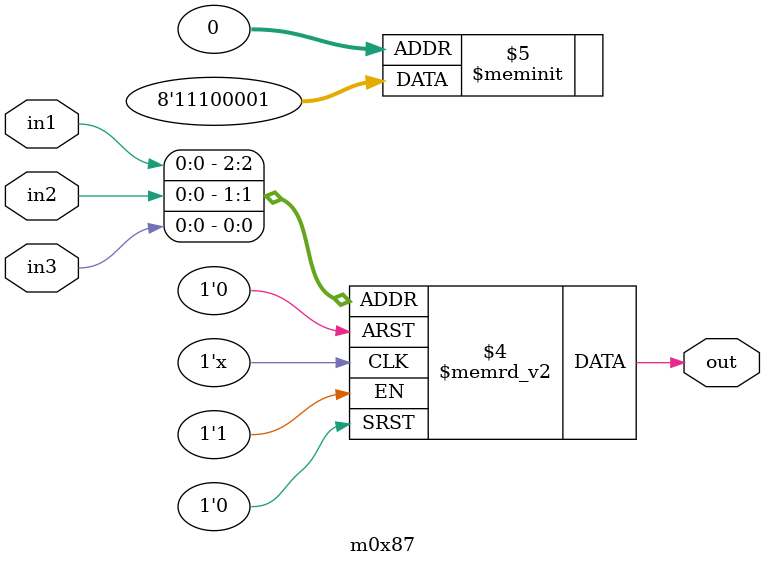
<source format=v>
module m0x87(output out, input in1, in2, in3);

   always @(in1, in2, in3)
     begin
        case({in1, in2, in3})
          3'b000: {out} = 1'b1;
          3'b001: {out} = 1'b0;
          3'b010: {out} = 1'b0;
          3'b011: {out} = 1'b0;
          3'b100: {out} = 1'b0;
          3'b101: {out} = 1'b1;
          3'b110: {out} = 1'b1;
          3'b111: {out} = 1'b1;
        endcase // case ({in1, in2, in3})
     end // always @ (in1, in2, in3)

endmodule // m0x87
</source>
